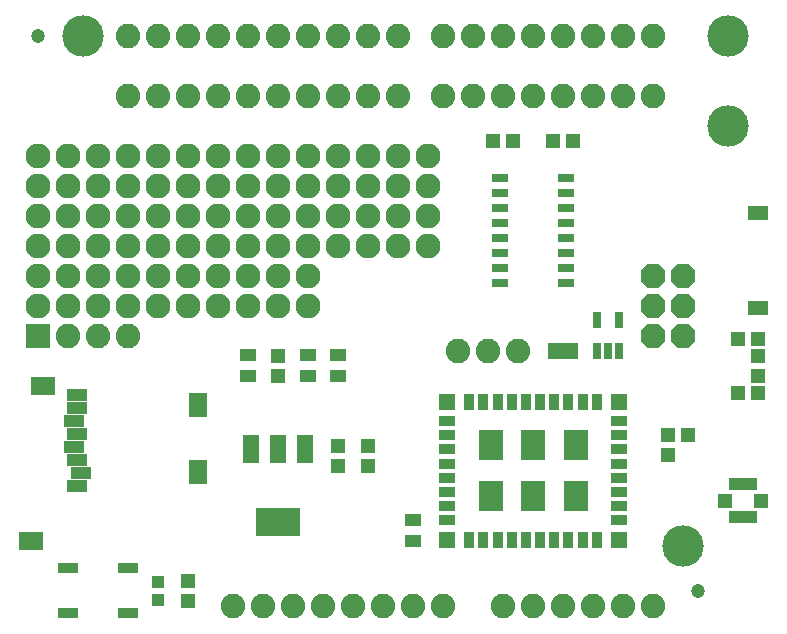
<source format=gbr>
G04 EAGLE Gerber RS-274X export*
G75*
%MOMM*%
%FSLAX34Y34*%
%LPD*%
%INSoldermask Top*%
%IPPOS*%
%AMOC8*
5,1,8,0,0,1.08239X$1,22.5*%
G01*
%ADD10C,3.505200*%
%ADD11R,0.903200X1.403200*%
%ADD12R,1.403200X0.903200*%
%ADD13R,2.103200X2.603200*%
%ADD14R,1.403200X1.403200*%
%ADD15R,1.703200X1.203200*%
%ADD16C,2.082800*%
%ADD17R,2.403200X1.053200*%
%ADD18R,1.253200X1.203200*%
%ADD19R,1.203200X1.303200*%
%ADD20R,1.403200X1.003200*%
%ADD21R,1.422400X2.438400*%
%ADD22R,3.803200X2.403200*%
%ADD23R,1.403200X0.803200*%
%ADD24R,1.727200X0.965200*%
%ADD25R,1.603200X2.003200*%
%ADD26R,2.103200X1.603200*%
%ADD27R,1.703200X1.003200*%
%ADD28R,0.838200X1.473200*%
%ADD29R,1.303200X1.203200*%
%ADD30R,1.003200X1.003200*%
%ADD31C,1.203200*%
%ADD32R,0.753200X1.403200*%
%ADD33P,2.254402X8X292.500000*%
%ADD34R,2.082800X2.082800*%
%ADD35C,2.108200*%


D10*
X63500Y508000D03*
X571500Y76200D03*
D11*
X498500Y198200D03*
X486500Y198200D03*
X474500Y198200D03*
X462500Y198200D03*
X450500Y198200D03*
X438500Y198200D03*
X426500Y198200D03*
X414500Y198200D03*
X402500Y198200D03*
X390500Y198200D03*
X498500Y81200D03*
X486500Y81200D03*
X474500Y81200D03*
X462500Y81200D03*
X450500Y81200D03*
X438500Y81200D03*
X426500Y81200D03*
X414500Y81200D03*
X402500Y81200D03*
X390500Y81200D03*
D12*
X372000Y181700D03*
X372000Y169700D03*
X372000Y157700D03*
X372000Y145700D03*
X372000Y133700D03*
X372000Y121700D03*
X372000Y109700D03*
X372000Y97700D03*
X517000Y97700D03*
X517000Y109700D03*
X517000Y121700D03*
X517000Y133700D03*
X517000Y145700D03*
X517000Y157700D03*
X517000Y169700D03*
X517000Y181700D03*
D13*
X480500Y161200D03*
X444500Y161200D03*
X408500Y161200D03*
X480500Y118200D03*
X444500Y118200D03*
X408500Y118200D03*
D14*
X517000Y198200D03*
X372000Y198200D03*
X372000Y81200D03*
X517000Y81200D03*
D15*
X635000Y277500D03*
X635000Y357500D03*
D16*
X241300Y25400D03*
X266700Y25400D03*
X292100Y25400D03*
X317500Y25400D03*
X342900Y25400D03*
X368300Y25400D03*
X419100Y25400D03*
X444500Y25400D03*
X469900Y25400D03*
X495300Y25400D03*
X520700Y25400D03*
X546100Y25400D03*
X546100Y508000D03*
X520700Y508000D03*
X495300Y508000D03*
X469900Y508000D03*
X444500Y508000D03*
X419100Y508000D03*
X393700Y508000D03*
X368300Y508000D03*
X330200Y508000D03*
X304800Y508000D03*
X279400Y508000D03*
X254000Y508000D03*
X228600Y508000D03*
X203200Y508000D03*
X177800Y508000D03*
X152400Y508000D03*
X127000Y508000D03*
X101600Y508000D03*
X215900Y25400D03*
X190500Y25400D03*
D17*
X622300Y100550D03*
X622300Y128050D03*
D18*
X607050Y114300D03*
X637550Y114300D03*
D19*
X228600Y220100D03*
X228600Y237100D03*
D20*
X279400Y219600D03*
X279400Y237600D03*
D19*
X279400Y143900D03*
X279400Y160900D03*
X304800Y160900D03*
X304800Y143900D03*
D21*
X251714Y157988D03*
X228600Y157988D03*
X205486Y157988D03*
D22*
X228600Y96010D03*
D23*
X472500Y298450D03*
X472500Y311150D03*
X472500Y323850D03*
X472500Y336550D03*
X472500Y349250D03*
X472500Y361950D03*
X472500Y374650D03*
X472500Y387350D03*
X416500Y387350D03*
X416500Y374650D03*
X416500Y361950D03*
X416500Y349250D03*
X416500Y336550D03*
X416500Y323850D03*
X416500Y311150D03*
X416500Y298450D03*
D24*
X50800Y57150D03*
X101600Y57150D03*
X50800Y19050D03*
X101600Y19050D03*
D25*
X161100Y138400D03*
X161100Y195400D03*
D26*
X29600Y211400D03*
X19600Y79900D03*
D27*
X58100Y126500D03*
X62100Y137500D03*
X58100Y148500D03*
X56100Y159500D03*
X58100Y170500D03*
X56100Y181500D03*
X58100Y192500D03*
X58100Y203500D03*
D28*
X461772Y241300D03*
X469900Y241300D03*
X478028Y241300D03*
D20*
X342900Y79900D03*
X342900Y97900D03*
D29*
X575682Y169672D03*
X558682Y169672D03*
X634864Y251460D03*
X617864Y251460D03*
X634864Y205232D03*
X617864Y205232D03*
D16*
X431800Y241300D03*
X406400Y241300D03*
X381000Y241300D03*
D19*
X558546Y169790D03*
X558546Y152790D03*
X635000Y237100D03*
X635000Y220100D03*
X152400Y29600D03*
X152400Y46600D03*
D30*
X127000Y45600D03*
X127000Y30600D03*
D29*
X410600Y419100D03*
X427600Y419100D03*
X478400Y419100D03*
X461400Y419100D03*
D31*
X584200Y38100D03*
X25400Y508000D03*
D32*
X498500Y240999D03*
X508000Y240999D03*
X517500Y240999D03*
X517500Y267001D03*
X498500Y267001D03*
D20*
X203200Y219600D03*
X203200Y237600D03*
X254000Y219600D03*
X254000Y237600D03*
D16*
X546100Y457200D03*
X520700Y457200D03*
X495300Y457200D03*
X469900Y457200D03*
X444500Y457200D03*
X419100Y457200D03*
X393700Y457200D03*
X368300Y457200D03*
X330200Y457200D03*
X304800Y457200D03*
X279400Y457200D03*
X254000Y457200D03*
X228600Y457200D03*
X203200Y457200D03*
X177800Y457200D03*
X152400Y457200D03*
X127000Y457200D03*
X101600Y457200D03*
D10*
X609600Y508000D03*
X609600Y431800D03*
D33*
X546100Y304800D03*
X571500Y304800D03*
X546100Y279400D03*
X571500Y279400D03*
X546100Y254000D03*
X571500Y254000D03*
D34*
X25400Y254000D03*
D16*
X50800Y254000D03*
X76200Y254000D03*
X101600Y254000D03*
D35*
X25400Y406400D03*
X25400Y381000D03*
X25400Y355600D03*
X355600Y330200D03*
X304800Y330200D03*
X330200Y330200D03*
X279400Y330200D03*
X254000Y330200D03*
X228600Y330200D03*
X203200Y330200D03*
X177800Y330200D03*
X127000Y330200D03*
X152400Y330200D03*
X101600Y330200D03*
X76200Y330200D03*
X50800Y330200D03*
X25400Y330200D03*
X50800Y355600D03*
X50800Y381000D03*
X50800Y406400D03*
X76200Y406400D03*
X76200Y381000D03*
X76200Y355600D03*
X101600Y355600D03*
X101600Y381000D03*
X101600Y406400D03*
X127000Y406400D03*
X127000Y381000D03*
X127000Y355600D03*
X152400Y355600D03*
X152400Y381000D03*
X152400Y406400D03*
X177800Y406400D03*
X177800Y381000D03*
X177800Y355600D03*
X203200Y355600D03*
X203200Y381000D03*
X228600Y406400D03*
X228600Y381000D03*
X228600Y355600D03*
X254000Y355600D03*
X254000Y381000D03*
X254000Y406400D03*
X279400Y406400D03*
X279400Y381000D03*
X279400Y355600D03*
X304800Y355600D03*
X304800Y406400D03*
X304800Y381000D03*
X330200Y406400D03*
X330200Y381000D03*
X330200Y355600D03*
X355600Y355600D03*
X355600Y381000D03*
X355600Y406400D03*
X254000Y304800D03*
X254000Y279400D03*
X228600Y279400D03*
X228600Y304800D03*
X203200Y304800D03*
X203200Y279400D03*
X177800Y279400D03*
X177800Y304800D03*
X152400Y304800D03*
X152400Y279400D03*
X127000Y279400D03*
X127000Y304800D03*
X101600Y304800D03*
X101600Y279400D03*
X76200Y279400D03*
X76200Y304800D03*
X50800Y304800D03*
X50800Y279400D03*
X25400Y279400D03*
X25400Y304800D03*
X203200Y406400D03*
M02*

</source>
